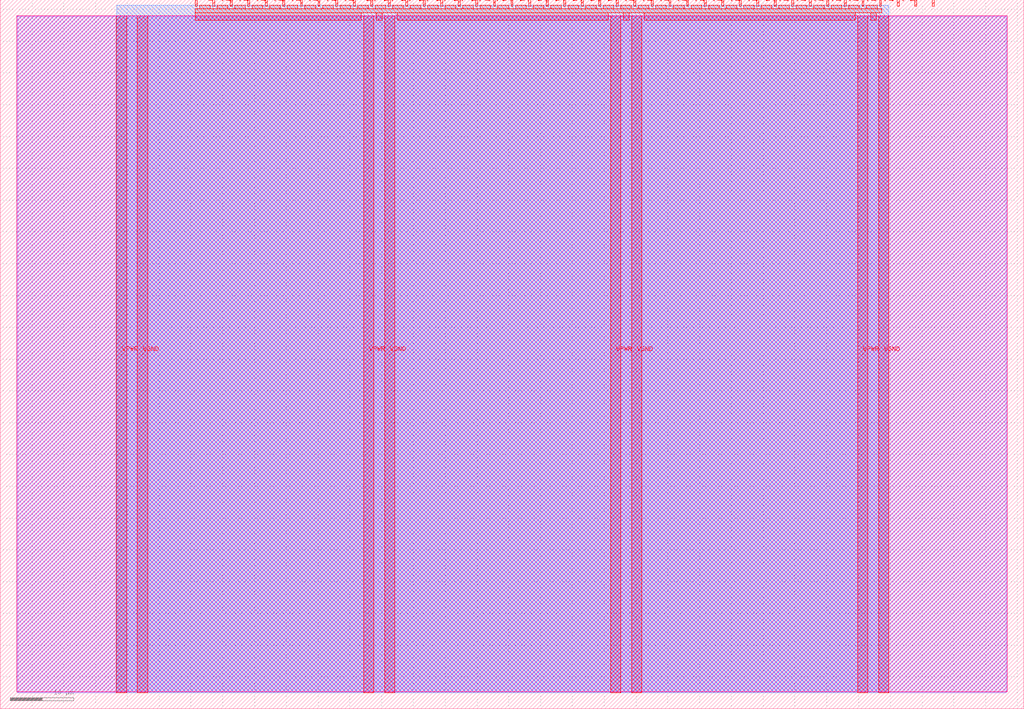
<source format=lef>
VERSION 5.7 ;
  NOWIREEXTENSIONATPIN ON ;
  DIVIDERCHAR "/" ;
  BUSBITCHARS "[]" ;
MACRO tt_um_wokwi_445266058506969089
  CLASS BLOCK ;
  FOREIGN tt_um_wokwi_445266058506969089 ;
  ORIGIN 0.000 0.000 ;
  SIZE 161.000 BY 111.520 ;
  PIN VGND
    DIRECTION INOUT ;
    USE GROUND ;
    PORT
      LAYER met4 ;
        RECT 21.580 2.480 23.180 109.040 ;
    END
    PORT
      LAYER met4 ;
        RECT 60.450 2.480 62.050 109.040 ;
    END
    PORT
      LAYER met4 ;
        RECT 99.320 2.480 100.920 109.040 ;
    END
    PORT
      LAYER met4 ;
        RECT 138.190 2.480 139.790 109.040 ;
    END
  END VGND
  PIN VPWR
    DIRECTION INOUT ;
    USE POWER ;
    PORT
      LAYER met4 ;
        RECT 18.280 2.480 19.880 109.040 ;
    END
    PORT
      LAYER met4 ;
        RECT 57.150 2.480 58.750 109.040 ;
    END
    PORT
      LAYER met4 ;
        RECT 96.020 2.480 97.620 109.040 ;
    END
    PORT
      LAYER met4 ;
        RECT 134.890 2.480 136.490 109.040 ;
    END
  END VPWR
  PIN clk
    DIRECTION INPUT ;
    USE SIGNAL ;
    PORT
      LAYER met4 ;
        RECT 143.830 110.520 144.130 111.520 ;
    END
  END clk
  PIN ena
    DIRECTION INPUT ;
    USE SIGNAL ;
    PORT
      LAYER met4 ;
        RECT 146.590 110.520 146.890 111.520 ;
    END
  END ena
  PIN rst_n
    DIRECTION INPUT ;
    USE SIGNAL ;
    PORT
      LAYER met4 ;
        RECT 141.070 110.520 141.370 111.520 ;
    END
  END rst_n
  PIN ui_in[0]
    DIRECTION INPUT ;
    USE SIGNAL ;
    ANTENNAGATEAREA 0.196500 ;
    PORT
      LAYER met4 ;
        RECT 138.310 110.520 138.610 111.520 ;
    END
  END ui_in[0]
  PIN ui_in[1]
    DIRECTION INPUT ;
    USE SIGNAL ;
    ANTENNAGATEAREA 0.196500 ;
    PORT
      LAYER met4 ;
        RECT 135.550 110.520 135.850 111.520 ;
    END
  END ui_in[1]
  PIN ui_in[2]
    DIRECTION INPUT ;
    USE SIGNAL ;
    ANTENNAGATEAREA 0.196500 ;
    PORT
      LAYER met4 ;
        RECT 132.790 110.520 133.090 111.520 ;
    END
  END ui_in[2]
  PIN ui_in[3]
    DIRECTION INPUT ;
    USE SIGNAL ;
    ANTENNAGATEAREA 0.196500 ;
    PORT
      LAYER met4 ;
        RECT 130.030 110.520 130.330 111.520 ;
    END
  END ui_in[3]
  PIN ui_in[4]
    DIRECTION INPUT ;
    USE SIGNAL ;
    PORT
      LAYER met4 ;
        RECT 127.270 110.520 127.570 111.520 ;
    END
  END ui_in[4]
  PIN ui_in[5]
    DIRECTION INPUT ;
    USE SIGNAL ;
    PORT
      LAYER met4 ;
        RECT 124.510 110.520 124.810 111.520 ;
    END
  END ui_in[5]
  PIN ui_in[6]
    DIRECTION INPUT ;
    USE SIGNAL ;
    PORT
      LAYER met4 ;
        RECT 121.750 110.520 122.050 111.520 ;
    END
  END ui_in[6]
  PIN ui_in[7]
    DIRECTION INPUT ;
    USE SIGNAL ;
    PORT
      LAYER met4 ;
        RECT 118.990 110.520 119.290 111.520 ;
    END
  END ui_in[7]
  PIN uio_in[0]
    DIRECTION INPUT ;
    USE SIGNAL ;
    PORT
      LAYER met4 ;
        RECT 116.230 110.520 116.530 111.520 ;
    END
  END uio_in[0]
  PIN uio_in[1]
    DIRECTION INPUT ;
    USE SIGNAL ;
    PORT
      LAYER met4 ;
        RECT 113.470 110.520 113.770 111.520 ;
    END
  END uio_in[1]
  PIN uio_in[2]
    DIRECTION INPUT ;
    USE SIGNAL ;
    PORT
      LAYER met4 ;
        RECT 110.710 110.520 111.010 111.520 ;
    END
  END uio_in[2]
  PIN uio_in[3]
    DIRECTION INPUT ;
    USE SIGNAL ;
    PORT
      LAYER met4 ;
        RECT 107.950 110.520 108.250 111.520 ;
    END
  END uio_in[3]
  PIN uio_in[4]
    DIRECTION INPUT ;
    USE SIGNAL ;
    PORT
      LAYER met4 ;
        RECT 105.190 110.520 105.490 111.520 ;
    END
  END uio_in[4]
  PIN uio_in[5]
    DIRECTION INPUT ;
    USE SIGNAL ;
    PORT
      LAYER met4 ;
        RECT 102.430 110.520 102.730 111.520 ;
    END
  END uio_in[5]
  PIN uio_in[6]
    DIRECTION INPUT ;
    USE SIGNAL ;
    PORT
      LAYER met4 ;
        RECT 99.670 110.520 99.970 111.520 ;
    END
  END uio_in[6]
  PIN uio_in[7]
    DIRECTION INPUT ;
    USE SIGNAL ;
    PORT
      LAYER met4 ;
        RECT 96.910 110.520 97.210 111.520 ;
    END
  END uio_in[7]
  PIN uio_oe[0]
    DIRECTION OUTPUT ;
    USE SIGNAL ;
    PORT
      LAYER met4 ;
        RECT 49.990 110.520 50.290 111.520 ;
    END
  END uio_oe[0]
  PIN uio_oe[1]
    DIRECTION OUTPUT ;
    USE SIGNAL ;
    PORT
      LAYER met4 ;
        RECT 47.230 110.520 47.530 111.520 ;
    END
  END uio_oe[1]
  PIN uio_oe[2]
    DIRECTION OUTPUT ;
    USE SIGNAL ;
    PORT
      LAYER met4 ;
        RECT 44.470 110.520 44.770 111.520 ;
    END
  END uio_oe[2]
  PIN uio_oe[3]
    DIRECTION OUTPUT ;
    USE SIGNAL ;
    PORT
      LAYER met4 ;
        RECT 41.710 110.520 42.010 111.520 ;
    END
  END uio_oe[3]
  PIN uio_oe[4]
    DIRECTION OUTPUT ;
    USE SIGNAL ;
    PORT
      LAYER met4 ;
        RECT 38.950 110.520 39.250 111.520 ;
    END
  END uio_oe[4]
  PIN uio_oe[5]
    DIRECTION OUTPUT ;
    USE SIGNAL ;
    PORT
      LAYER met4 ;
        RECT 36.190 110.520 36.490 111.520 ;
    END
  END uio_oe[5]
  PIN uio_oe[6]
    DIRECTION OUTPUT ;
    USE SIGNAL ;
    PORT
      LAYER met4 ;
        RECT 33.430 110.520 33.730 111.520 ;
    END
  END uio_oe[6]
  PIN uio_oe[7]
    DIRECTION OUTPUT ;
    USE SIGNAL ;
    PORT
      LAYER met4 ;
        RECT 30.670 110.520 30.970 111.520 ;
    END
  END uio_oe[7]
  PIN uio_out[0]
    DIRECTION OUTPUT ;
    USE SIGNAL ;
    PORT
      LAYER met4 ;
        RECT 72.070 110.520 72.370 111.520 ;
    END
  END uio_out[0]
  PIN uio_out[1]
    DIRECTION OUTPUT ;
    USE SIGNAL ;
    PORT
      LAYER met4 ;
        RECT 69.310 110.520 69.610 111.520 ;
    END
  END uio_out[1]
  PIN uio_out[2]
    DIRECTION OUTPUT ;
    USE SIGNAL ;
    PORT
      LAYER met4 ;
        RECT 66.550 110.520 66.850 111.520 ;
    END
  END uio_out[2]
  PIN uio_out[3]
    DIRECTION OUTPUT ;
    USE SIGNAL ;
    PORT
      LAYER met4 ;
        RECT 63.790 110.520 64.090 111.520 ;
    END
  END uio_out[3]
  PIN uio_out[4]
    DIRECTION OUTPUT ;
    USE SIGNAL ;
    PORT
      LAYER met4 ;
        RECT 61.030 110.520 61.330 111.520 ;
    END
  END uio_out[4]
  PIN uio_out[5]
    DIRECTION OUTPUT ;
    USE SIGNAL ;
    PORT
      LAYER met4 ;
        RECT 58.270 110.520 58.570 111.520 ;
    END
  END uio_out[5]
  PIN uio_out[6]
    DIRECTION OUTPUT ;
    USE SIGNAL ;
    PORT
      LAYER met4 ;
        RECT 55.510 110.520 55.810 111.520 ;
    END
  END uio_out[6]
  PIN uio_out[7]
    DIRECTION OUTPUT ;
    USE SIGNAL ;
    PORT
      LAYER met4 ;
        RECT 52.750 110.520 53.050 111.520 ;
    END
  END uio_out[7]
  PIN uo_out[0]
    DIRECTION OUTPUT ;
    USE SIGNAL ;
    ANTENNADIFFAREA 0.445500 ;
    PORT
      LAYER met4 ;
        RECT 94.150 110.520 94.450 111.520 ;
    END
  END uo_out[0]
  PIN uo_out[1]
    DIRECTION OUTPUT ;
    USE SIGNAL ;
    ANTENNADIFFAREA 0.445500 ;
    PORT
      LAYER met4 ;
        RECT 91.390 110.520 91.690 111.520 ;
    END
  END uo_out[1]
  PIN uo_out[2]
    DIRECTION OUTPUT ;
    USE SIGNAL ;
    ANTENNADIFFAREA 0.445500 ;
    PORT
      LAYER met4 ;
        RECT 88.630 110.520 88.930 111.520 ;
    END
  END uo_out[2]
  PIN uo_out[3]
    DIRECTION OUTPUT ;
    USE SIGNAL ;
    ANTENNADIFFAREA 0.445500 ;
    PORT
      LAYER met4 ;
        RECT 85.870 110.520 86.170 111.520 ;
    END
  END uo_out[3]
  PIN uo_out[4]
    DIRECTION OUTPUT ;
    USE SIGNAL ;
    ANTENNADIFFAREA 0.445500 ;
    PORT
      LAYER met4 ;
        RECT 83.110 110.520 83.410 111.520 ;
    END
  END uo_out[4]
  PIN uo_out[5]
    DIRECTION OUTPUT ;
    USE SIGNAL ;
    ANTENNADIFFAREA 0.445500 ;
    PORT
      LAYER met4 ;
        RECT 80.350 110.520 80.650 111.520 ;
    END
  END uo_out[5]
  PIN uo_out[6]
    DIRECTION OUTPUT ;
    USE SIGNAL ;
    ANTENNADIFFAREA 0.445500 ;
    PORT
      LAYER met4 ;
        RECT 77.590 110.520 77.890 111.520 ;
    END
  END uo_out[6]
  PIN uo_out[7]
    DIRECTION OUTPUT ;
    USE SIGNAL ;
    PORT
      LAYER met4 ;
        RECT 74.830 110.520 75.130 111.520 ;
    END
  END uo_out[7]
  OBS
      LAYER nwell ;
        RECT 2.570 2.635 158.430 108.990 ;
      LAYER li1 ;
        RECT 2.760 2.635 158.240 108.885 ;
      LAYER met1 ;
        RECT 2.760 2.480 158.240 109.040 ;
      LAYER met2 ;
        RECT 18.310 2.535 139.760 110.685 ;
      LAYER met3 ;
        RECT 18.290 2.555 139.780 110.665 ;
      LAYER met4 ;
        RECT 31.370 110.120 33.030 110.665 ;
        RECT 34.130 110.120 35.790 110.665 ;
        RECT 36.890 110.120 38.550 110.665 ;
        RECT 39.650 110.120 41.310 110.665 ;
        RECT 42.410 110.120 44.070 110.665 ;
        RECT 45.170 110.120 46.830 110.665 ;
        RECT 47.930 110.120 49.590 110.665 ;
        RECT 50.690 110.120 52.350 110.665 ;
        RECT 53.450 110.120 55.110 110.665 ;
        RECT 56.210 110.120 57.870 110.665 ;
        RECT 58.970 110.120 60.630 110.665 ;
        RECT 61.730 110.120 63.390 110.665 ;
        RECT 64.490 110.120 66.150 110.665 ;
        RECT 67.250 110.120 68.910 110.665 ;
        RECT 70.010 110.120 71.670 110.665 ;
        RECT 72.770 110.120 74.430 110.665 ;
        RECT 75.530 110.120 77.190 110.665 ;
        RECT 78.290 110.120 79.950 110.665 ;
        RECT 81.050 110.120 82.710 110.665 ;
        RECT 83.810 110.120 85.470 110.665 ;
        RECT 86.570 110.120 88.230 110.665 ;
        RECT 89.330 110.120 90.990 110.665 ;
        RECT 92.090 110.120 93.750 110.665 ;
        RECT 94.850 110.120 96.510 110.665 ;
        RECT 97.610 110.120 99.270 110.665 ;
        RECT 100.370 110.120 102.030 110.665 ;
        RECT 103.130 110.120 104.790 110.665 ;
        RECT 105.890 110.120 107.550 110.665 ;
        RECT 108.650 110.120 110.310 110.665 ;
        RECT 111.410 110.120 113.070 110.665 ;
        RECT 114.170 110.120 115.830 110.665 ;
        RECT 116.930 110.120 118.590 110.665 ;
        RECT 119.690 110.120 121.350 110.665 ;
        RECT 122.450 110.120 124.110 110.665 ;
        RECT 125.210 110.120 126.870 110.665 ;
        RECT 127.970 110.120 129.630 110.665 ;
        RECT 130.730 110.120 132.390 110.665 ;
        RECT 133.490 110.120 135.150 110.665 ;
        RECT 136.250 110.120 137.910 110.665 ;
        RECT 30.655 109.440 138.625 110.120 ;
        RECT 30.655 108.295 56.750 109.440 ;
        RECT 59.150 108.295 60.050 109.440 ;
        RECT 62.450 108.295 95.620 109.440 ;
        RECT 98.020 108.295 98.920 109.440 ;
        RECT 101.320 108.295 134.490 109.440 ;
        RECT 136.890 108.295 137.790 109.440 ;
  END
END tt_um_wokwi_445266058506969089
END LIBRARY


</source>
